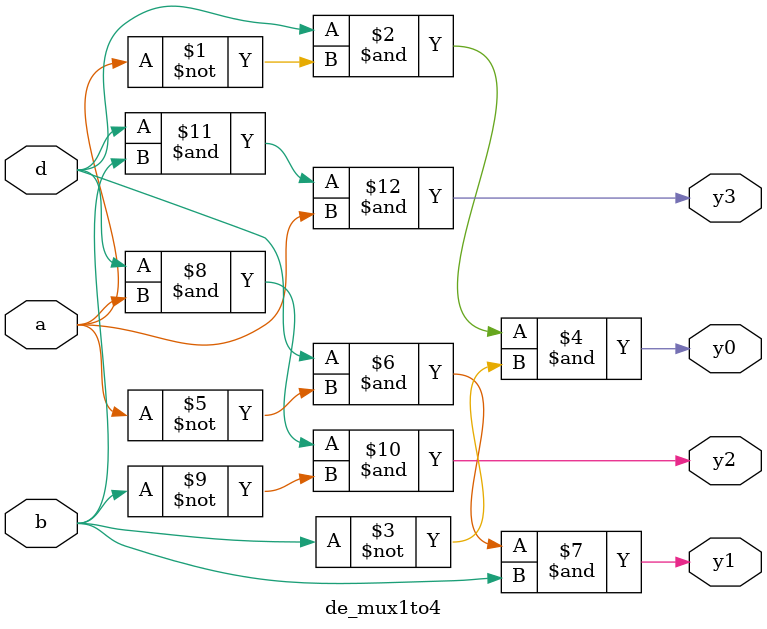
<source format=v>

module de_mux1to4 (
  input d, a, b, output y0, y1,y2,y3);
  assign y0 = d&(~a)&(~b);
  assign y1 = d&(~a)&(b);
  assign y2 = d&(a)&(~b);
  assign y3 = d&(b)&(a);
endmodule

</source>
